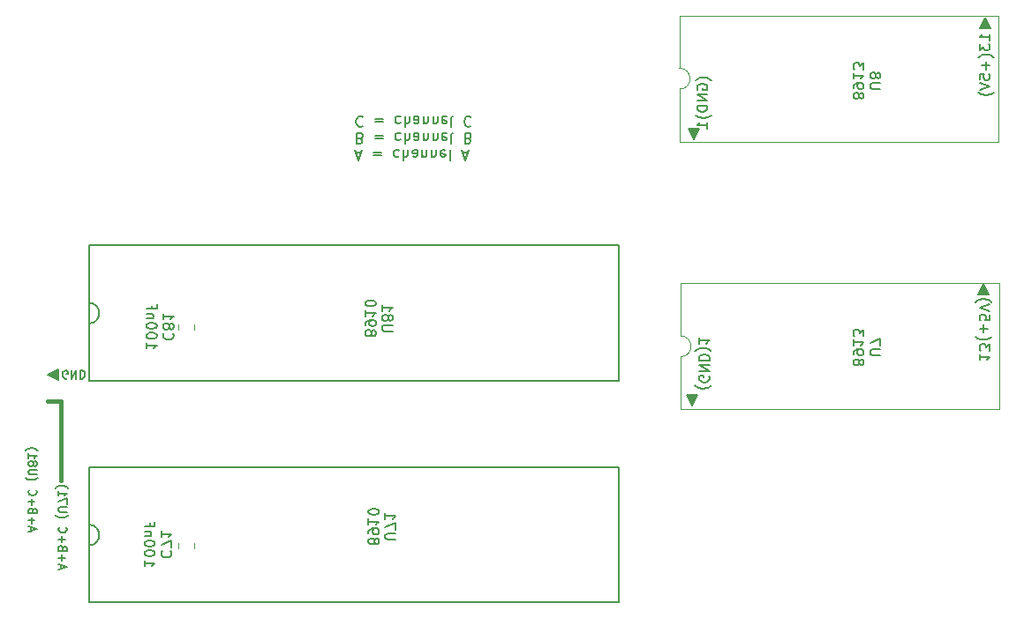
<source format=gbr>
%TF.GenerationSoftware,KiCad,Pcbnew,8.0.3*%
%TF.CreationDate,2024-06-29T10:30:53+02:00*%
%TF.ProjectId,adapter 8913-8910 triangle,61646170-7465-4722-9038-3931332d3839,rev?*%
%TF.SameCoordinates,Original*%
%TF.FileFunction,Legend,Bot*%
%TF.FilePolarity,Positive*%
%FSLAX46Y46*%
G04 Gerber Fmt 4.6, Leading zero omitted, Abs format (unit mm)*
G04 Created by KiCad (PCBNEW 8.0.3) date 2024-06-29 10:30:53*
%MOMM*%
%LPD*%
G01*
G04 APERTURE LIST*
%ADD10C,0.200000*%
%ADD11C,0.400000*%
%ADD12C,0.150000*%
%ADD13C,0.120000*%
G04 APERTURE END LIST*
D10*
X84195000Y-72475000D02*
X134995000Y-72475000D01*
X134995000Y-85475000D01*
X84195000Y-85475000D01*
X84195000Y-72475000D01*
X84195000Y-78015000D02*
G75*
G02*
X84195000Y-80015000I0J-1000000D01*
G01*
X142085000Y-87905000D02*
X141585000Y-86905000D01*
X142585000Y-86905000D01*
X142085000Y-87905000D01*
G36*
X142085000Y-87905000D02*
G01*
X141585000Y-86905000D01*
X142585000Y-86905000D01*
X142085000Y-87905000D01*
G37*
D11*
X80250000Y-87500000D02*
X81550000Y-87500000D01*
X81550000Y-87500000D02*
X81550000Y-95100000D01*
D10*
X84195000Y-93775000D02*
X134995000Y-93775000D01*
X134995000Y-106775000D01*
X84195000Y-106775000D01*
X84195000Y-93775000D01*
X170485000Y-77205000D02*
X169485000Y-77205000D01*
X169985000Y-76205000D01*
X170485000Y-77205000D01*
G36*
X170485000Y-77205000D02*
G01*
X169485000Y-77205000D01*
X169985000Y-76205000D01*
X170485000Y-77205000D01*
G37*
X142265000Y-62335000D02*
X141765000Y-61335000D01*
X142765000Y-61335000D01*
X142265000Y-62335000D01*
G36*
X142265000Y-62335000D02*
G01*
X141765000Y-61335000D01*
X142765000Y-61335000D01*
X142265000Y-62335000D01*
G37*
X81245000Y-85419000D02*
X80245000Y-84919000D01*
X81245000Y-84419000D01*
X81245000Y-85419000D01*
G36*
X81245000Y-85419000D02*
G01*
X80245000Y-84919000D01*
X81245000Y-84419000D01*
X81245000Y-85419000D01*
G37*
X170665000Y-51635000D02*
X169665000Y-51635000D01*
X170165000Y-50635000D01*
X170665000Y-51635000D01*
G36*
X170665000Y-51635000D02*
G01*
X169665000Y-51635000D01*
X170165000Y-50635000D01*
X170665000Y-51635000D01*
G37*
X84195000Y-99315000D02*
G75*
G02*
X84195000Y-101315000I0J-1000000D01*
G01*
D12*
X78634276Y-99948935D02*
X78634276Y-99567982D01*
X78405704Y-100025125D02*
X79205704Y-99758458D01*
X79205704Y-99758458D02*
X78405704Y-99491792D01*
X78710466Y-99225125D02*
X78710466Y-98615602D01*
X78405704Y-98920363D02*
X79015228Y-98920363D01*
X78824752Y-97967983D02*
X78786657Y-97853697D01*
X78786657Y-97853697D02*
X78748561Y-97815602D01*
X78748561Y-97815602D02*
X78672371Y-97777506D01*
X78672371Y-97777506D02*
X78558085Y-97777506D01*
X78558085Y-97777506D02*
X78481895Y-97815602D01*
X78481895Y-97815602D02*
X78443800Y-97853697D01*
X78443800Y-97853697D02*
X78405704Y-97929887D01*
X78405704Y-97929887D02*
X78405704Y-98234649D01*
X78405704Y-98234649D02*
X79205704Y-98234649D01*
X79205704Y-98234649D02*
X79205704Y-97967983D01*
X79205704Y-97967983D02*
X79167609Y-97891792D01*
X79167609Y-97891792D02*
X79129514Y-97853697D01*
X79129514Y-97853697D02*
X79053323Y-97815602D01*
X79053323Y-97815602D02*
X78977133Y-97815602D01*
X78977133Y-97815602D02*
X78900942Y-97853697D01*
X78900942Y-97853697D02*
X78862847Y-97891792D01*
X78862847Y-97891792D02*
X78824752Y-97967983D01*
X78824752Y-97967983D02*
X78824752Y-98234649D01*
X78710466Y-97434649D02*
X78710466Y-96825126D01*
X78405704Y-97129887D02*
X79015228Y-97129887D01*
X78481895Y-95987030D02*
X78443800Y-96025126D01*
X78443800Y-96025126D02*
X78405704Y-96139411D01*
X78405704Y-96139411D02*
X78405704Y-96215602D01*
X78405704Y-96215602D02*
X78443800Y-96329888D01*
X78443800Y-96329888D02*
X78519990Y-96406078D01*
X78519990Y-96406078D02*
X78596180Y-96444173D01*
X78596180Y-96444173D02*
X78748561Y-96482269D01*
X78748561Y-96482269D02*
X78862847Y-96482269D01*
X78862847Y-96482269D02*
X79015228Y-96444173D01*
X79015228Y-96444173D02*
X79091419Y-96406078D01*
X79091419Y-96406078D02*
X79167609Y-96329888D01*
X79167609Y-96329888D02*
X79205704Y-96215602D01*
X79205704Y-96215602D02*
X79205704Y-96139411D01*
X79205704Y-96139411D02*
X79167609Y-96025126D01*
X79167609Y-96025126D02*
X79129514Y-95987030D01*
X78100942Y-94806078D02*
X78139038Y-94844173D01*
X78139038Y-94844173D02*
X78253323Y-94920364D01*
X78253323Y-94920364D02*
X78329514Y-94958459D01*
X78329514Y-94958459D02*
X78443800Y-94996554D01*
X78443800Y-94996554D02*
X78634276Y-95034649D01*
X78634276Y-95034649D02*
X78786657Y-95034649D01*
X78786657Y-95034649D02*
X78977133Y-94996554D01*
X78977133Y-94996554D02*
X79091419Y-94958459D01*
X79091419Y-94958459D02*
X79167609Y-94920364D01*
X79167609Y-94920364D02*
X79281895Y-94844173D01*
X79281895Y-94844173D02*
X79319990Y-94806078D01*
X79205704Y-94501316D02*
X78558085Y-94501316D01*
X78558085Y-94501316D02*
X78481895Y-94463221D01*
X78481895Y-94463221D02*
X78443800Y-94425126D01*
X78443800Y-94425126D02*
X78405704Y-94348935D01*
X78405704Y-94348935D02*
X78405704Y-94196554D01*
X78405704Y-94196554D02*
X78443800Y-94120364D01*
X78443800Y-94120364D02*
X78481895Y-94082269D01*
X78481895Y-94082269D02*
X78558085Y-94044173D01*
X78558085Y-94044173D02*
X79205704Y-94044173D01*
X78862847Y-93548936D02*
X78900942Y-93625126D01*
X78900942Y-93625126D02*
X78939038Y-93663221D01*
X78939038Y-93663221D02*
X79015228Y-93701317D01*
X79015228Y-93701317D02*
X79053323Y-93701317D01*
X79053323Y-93701317D02*
X79129514Y-93663221D01*
X79129514Y-93663221D02*
X79167609Y-93625126D01*
X79167609Y-93625126D02*
X79205704Y-93548936D01*
X79205704Y-93548936D02*
X79205704Y-93396555D01*
X79205704Y-93396555D02*
X79167609Y-93320364D01*
X79167609Y-93320364D02*
X79129514Y-93282269D01*
X79129514Y-93282269D02*
X79053323Y-93244174D01*
X79053323Y-93244174D02*
X79015228Y-93244174D01*
X79015228Y-93244174D02*
X78939038Y-93282269D01*
X78939038Y-93282269D02*
X78900942Y-93320364D01*
X78900942Y-93320364D02*
X78862847Y-93396555D01*
X78862847Y-93396555D02*
X78862847Y-93548936D01*
X78862847Y-93548936D02*
X78824752Y-93625126D01*
X78824752Y-93625126D02*
X78786657Y-93663221D01*
X78786657Y-93663221D02*
X78710466Y-93701317D01*
X78710466Y-93701317D02*
X78558085Y-93701317D01*
X78558085Y-93701317D02*
X78481895Y-93663221D01*
X78481895Y-93663221D02*
X78443800Y-93625126D01*
X78443800Y-93625126D02*
X78405704Y-93548936D01*
X78405704Y-93548936D02*
X78405704Y-93396555D01*
X78405704Y-93396555D02*
X78443800Y-93320364D01*
X78443800Y-93320364D02*
X78481895Y-93282269D01*
X78481895Y-93282269D02*
X78558085Y-93244174D01*
X78558085Y-93244174D02*
X78710466Y-93244174D01*
X78710466Y-93244174D02*
X78786657Y-93282269D01*
X78786657Y-93282269D02*
X78824752Y-93320364D01*
X78824752Y-93320364D02*
X78862847Y-93396555D01*
X78405704Y-92482269D02*
X78405704Y-92939412D01*
X78405704Y-92710840D02*
X79205704Y-92710840D01*
X79205704Y-92710840D02*
X79091419Y-92787031D01*
X79091419Y-92787031D02*
X79015228Y-92863221D01*
X79015228Y-92863221D02*
X78977133Y-92939412D01*
X78100942Y-92215602D02*
X78139038Y-92177507D01*
X78139038Y-92177507D02*
X78253323Y-92101316D01*
X78253323Y-92101316D02*
X78329514Y-92063221D01*
X78329514Y-92063221D02*
X78443800Y-92025126D01*
X78443800Y-92025126D02*
X78634276Y-91987030D01*
X78634276Y-91987030D02*
X78786657Y-91987030D01*
X78786657Y-91987030D02*
X78977133Y-92025126D01*
X78977133Y-92025126D02*
X79091419Y-92063221D01*
X79091419Y-92063221D02*
X79167609Y-92101316D01*
X79167609Y-92101316D02*
X79281895Y-92177507D01*
X79281895Y-92177507D02*
X79319990Y-92215602D01*
X109844160Y-63610615D02*
X110320350Y-63610615D01*
X109748922Y-63324900D02*
X110082255Y-64324900D01*
X110082255Y-64324900D02*
X110415588Y-63324900D01*
X111510827Y-63848710D02*
X112272732Y-63848710D01*
X112272732Y-63562996D02*
X111510827Y-63562996D01*
X113939398Y-63372520D02*
X113844160Y-63324900D01*
X113844160Y-63324900D02*
X113653684Y-63324900D01*
X113653684Y-63324900D02*
X113558446Y-63372520D01*
X113558446Y-63372520D02*
X113510827Y-63420139D01*
X113510827Y-63420139D02*
X113463208Y-63515377D01*
X113463208Y-63515377D02*
X113463208Y-63801091D01*
X113463208Y-63801091D02*
X113510827Y-63896329D01*
X113510827Y-63896329D02*
X113558446Y-63943948D01*
X113558446Y-63943948D02*
X113653684Y-63991567D01*
X113653684Y-63991567D02*
X113844160Y-63991567D01*
X113844160Y-63991567D02*
X113939398Y-63943948D01*
X114367970Y-63324900D02*
X114367970Y-64324900D01*
X114796541Y-63324900D02*
X114796541Y-63848710D01*
X114796541Y-63848710D02*
X114748922Y-63943948D01*
X114748922Y-63943948D02*
X114653684Y-63991567D01*
X114653684Y-63991567D02*
X114510827Y-63991567D01*
X114510827Y-63991567D02*
X114415589Y-63943948D01*
X114415589Y-63943948D02*
X114367970Y-63896329D01*
X115701303Y-63324900D02*
X115701303Y-63848710D01*
X115701303Y-63848710D02*
X115653684Y-63943948D01*
X115653684Y-63943948D02*
X115558446Y-63991567D01*
X115558446Y-63991567D02*
X115367970Y-63991567D01*
X115367970Y-63991567D02*
X115272732Y-63943948D01*
X115701303Y-63372520D02*
X115606065Y-63324900D01*
X115606065Y-63324900D02*
X115367970Y-63324900D01*
X115367970Y-63324900D02*
X115272732Y-63372520D01*
X115272732Y-63372520D02*
X115225113Y-63467758D01*
X115225113Y-63467758D02*
X115225113Y-63562996D01*
X115225113Y-63562996D02*
X115272732Y-63658234D01*
X115272732Y-63658234D02*
X115367970Y-63705853D01*
X115367970Y-63705853D02*
X115606065Y-63705853D01*
X115606065Y-63705853D02*
X115701303Y-63753472D01*
X116177494Y-63991567D02*
X116177494Y-63324900D01*
X116177494Y-63896329D02*
X116225113Y-63943948D01*
X116225113Y-63943948D02*
X116320351Y-63991567D01*
X116320351Y-63991567D02*
X116463208Y-63991567D01*
X116463208Y-63991567D02*
X116558446Y-63943948D01*
X116558446Y-63943948D02*
X116606065Y-63848710D01*
X116606065Y-63848710D02*
X116606065Y-63324900D01*
X117082256Y-63991567D02*
X117082256Y-63324900D01*
X117082256Y-63896329D02*
X117129875Y-63943948D01*
X117129875Y-63943948D02*
X117225113Y-63991567D01*
X117225113Y-63991567D02*
X117367970Y-63991567D01*
X117367970Y-63991567D02*
X117463208Y-63943948D01*
X117463208Y-63943948D02*
X117510827Y-63848710D01*
X117510827Y-63848710D02*
X117510827Y-63324900D01*
X118367970Y-63372520D02*
X118272732Y-63324900D01*
X118272732Y-63324900D02*
X118082256Y-63324900D01*
X118082256Y-63324900D02*
X117987018Y-63372520D01*
X117987018Y-63372520D02*
X117939399Y-63467758D01*
X117939399Y-63467758D02*
X117939399Y-63848710D01*
X117939399Y-63848710D02*
X117987018Y-63943948D01*
X117987018Y-63943948D02*
X118082256Y-63991567D01*
X118082256Y-63991567D02*
X118272732Y-63991567D01*
X118272732Y-63991567D02*
X118367970Y-63943948D01*
X118367970Y-63943948D02*
X118415589Y-63848710D01*
X118415589Y-63848710D02*
X118415589Y-63753472D01*
X118415589Y-63753472D02*
X117939399Y-63658234D01*
X118987018Y-63324900D02*
X118891780Y-63372520D01*
X118891780Y-63372520D02*
X118844161Y-63467758D01*
X118844161Y-63467758D02*
X118844161Y-64324900D01*
X120082257Y-63610615D02*
X120558447Y-63610615D01*
X119987019Y-63324900D02*
X120320352Y-64324900D01*
X120320352Y-64324900D02*
X120653685Y-63324900D01*
X110225112Y-62238766D02*
X110367969Y-62191147D01*
X110367969Y-62191147D02*
X110415588Y-62143528D01*
X110415588Y-62143528D02*
X110463207Y-62048290D01*
X110463207Y-62048290D02*
X110463207Y-61905433D01*
X110463207Y-61905433D02*
X110415588Y-61810195D01*
X110415588Y-61810195D02*
X110367969Y-61762576D01*
X110367969Y-61762576D02*
X110272731Y-61714956D01*
X110272731Y-61714956D02*
X109891779Y-61714956D01*
X109891779Y-61714956D02*
X109891779Y-62714956D01*
X109891779Y-62714956D02*
X110225112Y-62714956D01*
X110225112Y-62714956D02*
X110320350Y-62667337D01*
X110320350Y-62667337D02*
X110367969Y-62619718D01*
X110367969Y-62619718D02*
X110415588Y-62524480D01*
X110415588Y-62524480D02*
X110415588Y-62429242D01*
X110415588Y-62429242D02*
X110367969Y-62334004D01*
X110367969Y-62334004D02*
X110320350Y-62286385D01*
X110320350Y-62286385D02*
X110225112Y-62238766D01*
X110225112Y-62238766D02*
X109891779Y-62238766D01*
X111653684Y-62238766D02*
X112415589Y-62238766D01*
X112415589Y-61953052D02*
X111653684Y-61953052D01*
X114082255Y-61762576D02*
X113987017Y-61714956D01*
X113987017Y-61714956D02*
X113796541Y-61714956D01*
X113796541Y-61714956D02*
X113701303Y-61762576D01*
X113701303Y-61762576D02*
X113653684Y-61810195D01*
X113653684Y-61810195D02*
X113606065Y-61905433D01*
X113606065Y-61905433D02*
X113606065Y-62191147D01*
X113606065Y-62191147D02*
X113653684Y-62286385D01*
X113653684Y-62286385D02*
X113701303Y-62334004D01*
X113701303Y-62334004D02*
X113796541Y-62381623D01*
X113796541Y-62381623D02*
X113987017Y-62381623D01*
X113987017Y-62381623D02*
X114082255Y-62334004D01*
X114510827Y-61714956D02*
X114510827Y-62714956D01*
X114939398Y-61714956D02*
X114939398Y-62238766D01*
X114939398Y-62238766D02*
X114891779Y-62334004D01*
X114891779Y-62334004D02*
X114796541Y-62381623D01*
X114796541Y-62381623D02*
X114653684Y-62381623D01*
X114653684Y-62381623D02*
X114558446Y-62334004D01*
X114558446Y-62334004D02*
X114510827Y-62286385D01*
X115844160Y-61714956D02*
X115844160Y-62238766D01*
X115844160Y-62238766D02*
X115796541Y-62334004D01*
X115796541Y-62334004D02*
X115701303Y-62381623D01*
X115701303Y-62381623D02*
X115510827Y-62381623D01*
X115510827Y-62381623D02*
X115415589Y-62334004D01*
X115844160Y-61762576D02*
X115748922Y-61714956D01*
X115748922Y-61714956D02*
X115510827Y-61714956D01*
X115510827Y-61714956D02*
X115415589Y-61762576D01*
X115415589Y-61762576D02*
X115367970Y-61857814D01*
X115367970Y-61857814D02*
X115367970Y-61953052D01*
X115367970Y-61953052D02*
X115415589Y-62048290D01*
X115415589Y-62048290D02*
X115510827Y-62095909D01*
X115510827Y-62095909D02*
X115748922Y-62095909D01*
X115748922Y-62095909D02*
X115844160Y-62143528D01*
X116320351Y-62381623D02*
X116320351Y-61714956D01*
X116320351Y-62286385D02*
X116367970Y-62334004D01*
X116367970Y-62334004D02*
X116463208Y-62381623D01*
X116463208Y-62381623D02*
X116606065Y-62381623D01*
X116606065Y-62381623D02*
X116701303Y-62334004D01*
X116701303Y-62334004D02*
X116748922Y-62238766D01*
X116748922Y-62238766D02*
X116748922Y-61714956D01*
X117225113Y-62381623D02*
X117225113Y-61714956D01*
X117225113Y-62286385D02*
X117272732Y-62334004D01*
X117272732Y-62334004D02*
X117367970Y-62381623D01*
X117367970Y-62381623D02*
X117510827Y-62381623D01*
X117510827Y-62381623D02*
X117606065Y-62334004D01*
X117606065Y-62334004D02*
X117653684Y-62238766D01*
X117653684Y-62238766D02*
X117653684Y-61714956D01*
X118510827Y-61762576D02*
X118415589Y-61714956D01*
X118415589Y-61714956D02*
X118225113Y-61714956D01*
X118225113Y-61714956D02*
X118129875Y-61762576D01*
X118129875Y-61762576D02*
X118082256Y-61857814D01*
X118082256Y-61857814D02*
X118082256Y-62238766D01*
X118082256Y-62238766D02*
X118129875Y-62334004D01*
X118129875Y-62334004D02*
X118225113Y-62381623D01*
X118225113Y-62381623D02*
X118415589Y-62381623D01*
X118415589Y-62381623D02*
X118510827Y-62334004D01*
X118510827Y-62334004D02*
X118558446Y-62238766D01*
X118558446Y-62238766D02*
X118558446Y-62143528D01*
X118558446Y-62143528D02*
X118082256Y-62048290D01*
X119129875Y-61714956D02*
X119034637Y-61762576D01*
X119034637Y-61762576D02*
X118987018Y-61857814D01*
X118987018Y-61857814D02*
X118987018Y-62714956D01*
X120606066Y-62238766D02*
X120748923Y-62191147D01*
X120748923Y-62191147D02*
X120796542Y-62143528D01*
X120796542Y-62143528D02*
X120844161Y-62048290D01*
X120844161Y-62048290D02*
X120844161Y-61905433D01*
X120844161Y-61905433D02*
X120796542Y-61810195D01*
X120796542Y-61810195D02*
X120748923Y-61762576D01*
X120748923Y-61762576D02*
X120653685Y-61714956D01*
X120653685Y-61714956D02*
X120272733Y-61714956D01*
X120272733Y-61714956D02*
X120272733Y-62714956D01*
X120272733Y-62714956D02*
X120606066Y-62714956D01*
X120606066Y-62714956D02*
X120701304Y-62667337D01*
X120701304Y-62667337D02*
X120748923Y-62619718D01*
X120748923Y-62619718D02*
X120796542Y-62524480D01*
X120796542Y-62524480D02*
X120796542Y-62429242D01*
X120796542Y-62429242D02*
X120748923Y-62334004D01*
X120748923Y-62334004D02*
X120701304Y-62286385D01*
X120701304Y-62286385D02*
X120606066Y-62238766D01*
X120606066Y-62238766D02*
X120272733Y-62238766D01*
X110463207Y-60200251D02*
X110415588Y-60152632D01*
X110415588Y-60152632D02*
X110272731Y-60105012D01*
X110272731Y-60105012D02*
X110177493Y-60105012D01*
X110177493Y-60105012D02*
X110034636Y-60152632D01*
X110034636Y-60152632D02*
X109939398Y-60247870D01*
X109939398Y-60247870D02*
X109891779Y-60343108D01*
X109891779Y-60343108D02*
X109844160Y-60533584D01*
X109844160Y-60533584D02*
X109844160Y-60676441D01*
X109844160Y-60676441D02*
X109891779Y-60866917D01*
X109891779Y-60866917D02*
X109939398Y-60962155D01*
X109939398Y-60962155D02*
X110034636Y-61057393D01*
X110034636Y-61057393D02*
X110177493Y-61105012D01*
X110177493Y-61105012D02*
X110272731Y-61105012D01*
X110272731Y-61105012D02*
X110415588Y-61057393D01*
X110415588Y-61057393D02*
X110463207Y-61009774D01*
X111653684Y-60628822D02*
X112415589Y-60628822D01*
X112415589Y-60343108D02*
X111653684Y-60343108D01*
X114082255Y-60152632D02*
X113987017Y-60105012D01*
X113987017Y-60105012D02*
X113796541Y-60105012D01*
X113796541Y-60105012D02*
X113701303Y-60152632D01*
X113701303Y-60152632D02*
X113653684Y-60200251D01*
X113653684Y-60200251D02*
X113606065Y-60295489D01*
X113606065Y-60295489D02*
X113606065Y-60581203D01*
X113606065Y-60581203D02*
X113653684Y-60676441D01*
X113653684Y-60676441D02*
X113701303Y-60724060D01*
X113701303Y-60724060D02*
X113796541Y-60771679D01*
X113796541Y-60771679D02*
X113987017Y-60771679D01*
X113987017Y-60771679D02*
X114082255Y-60724060D01*
X114510827Y-60105012D02*
X114510827Y-61105012D01*
X114939398Y-60105012D02*
X114939398Y-60628822D01*
X114939398Y-60628822D02*
X114891779Y-60724060D01*
X114891779Y-60724060D02*
X114796541Y-60771679D01*
X114796541Y-60771679D02*
X114653684Y-60771679D01*
X114653684Y-60771679D02*
X114558446Y-60724060D01*
X114558446Y-60724060D02*
X114510827Y-60676441D01*
X115844160Y-60105012D02*
X115844160Y-60628822D01*
X115844160Y-60628822D02*
X115796541Y-60724060D01*
X115796541Y-60724060D02*
X115701303Y-60771679D01*
X115701303Y-60771679D02*
X115510827Y-60771679D01*
X115510827Y-60771679D02*
X115415589Y-60724060D01*
X115844160Y-60152632D02*
X115748922Y-60105012D01*
X115748922Y-60105012D02*
X115510827Y-60105012D01*
X115510827Y-60105012D02*
X115415589Y-60152632D01*
X115415589Y-60152632D02*
X115367970Y-60247870D01*
X115367970Y-60247870D02*
X115367970Y-60343108D01*
X115367970Y-60343108D02*
X115415589Y-60438346D01*
X115415589Y-60438346D02*
X115510827Y-60485965D01*
X115510827Y-60485965D02*
X115748922Y-60485965D01*
X115748922Y-60485965D02*
X115844160Y-60533584D01*
X116320351Y-60771679D02*
X116320351Y-60105012D01*
X116320351Y-60676441D02*
X116367970Y-60724060D01*
X116367970Y-60724060D02*
X116463208Y-60771679D01*
X116463208Y-60771679D02*
X116606065Y-60771679D01*
X116606065Y-60771679D02*
X116701303Y-60724060D01*
X116701303Y-60724060D02*
X116748922Y-60628822D01*
X116748922Y-60628822D02*
X116748922Y-60105012D01*
X117225113Y-60771679D02*
X117225113Y-60105012D01*
X117225113Y-60676441D02*
X117272732Y-60724060D01*
X117272732Y-60724060D02*
X117367970Y-60771679D01*
X117367970Y-60771679D02*
X117510827Y-60771679D01*
X117510827Y-60771679D02*
X117606065Y-60724060D01*
X117606065Y-60724060D02*
X117653684Y-60628822D01*
X117653684Y-60628822D02*
X117653684Y-60105012D01*
X118510827Y-60152632D02*
X118415589Y-60105012D01*
X118415589Y-60105012D02*
X118225113Y-60105012D01*
X118225113Y-60105012D02*
X118129875Y-60152632D01*
X118129875Y-60152632D02*
X118082256Y-60247870D01*
X118082256Y-60247870D02*
X118082256Y-60628822D01*
X118082256Y-60628822D02*
X118129875Y-60724060D01*
X118129875Y-60724060D02*
X118225113Y-60771679D01*
X118225113Y-60771679D02*
X118415589Y-60771679D01*
X118415589Y-60771679D02*
X118510827Y-60724060D01*
X118510827Y-60724060D02*
X118558446Y-60628822D01*
X118558446Y-60628822D02*
X118558446Y-60533584D01*
X118558446Y-60533584D02*
X118082256Y-60438346D01*
X119129875Y-60105012D02*
X119034637Y-60152632D01*
X119034637Y-60152632D02*
X118987018Y-60247870D01*
X118987018Y-60247870D02*
X118987018Y-61105012D01*
X120844161Y-60200251D02*
X120796542Y-60152632D01*
X120796542Y-60152632D02*
X120653685Y-60105012D01*
X120653685Y-60105012D02*
X120558447Y-60105012D01*
X120558447Y-60105012D02*
X120415590Y-60152632D01*
X120415590Y-60152632D02*
X120320352Y-60247870D01*
X120320352Y-60247870D02*
X120272733Y-60343108D01*
X120272733Y-60343108D02*
X120225114Y-60533584D01*
X120225114Y-60533584D02*
X120225114Y-60676441D01*
X120225114Y-60676441D02*
X120272733Y-60866917D01*
X120272733Y-60866917D02*
X120320352Y-60962155D01*
X120320352Y-60962155D02*
X120415590Y-61057393D01*
X120415590Y-61057393D02*
X120558447Y-61105012D01*
X120558447Y-61105012D02*
X120653685Y-61105012D01*
X120653685Y-61105012D02*
X120796542Y-61057393D01*
X120796542Y-61057393D02*
X120844161Y-61009774D01*
X160140124Y-57461904D02*
X159330601Y-57461904D01*
X159330601Y-57461904D02*
X159235363Y-57414285D01*
X159235363Y-57414285D02*
X159187744Y-57366666D01*
X159187744Y-57366666D02*
X159140124Y-57271428D01*
X159140124Y-57271428D02*
X159140124Y-57080952D01*
X159140124Y-57080952D02*
X159187744Y-56985714D01*
X159187744Y-56985714D02*
X159235363Y-56938095D01*
X159235363Y-56938095D02*
X159330601Y-56890476D01*
X159330601Y-56890476D02*
X160140124Y-56890476D01*
X159711553Y-56271428D02*
X159759172Y-56366666D01*
X159759172Y-56366666D02*
X159806791Y-56414285D01*
X159806791Y-56414285D02*
X159902029Y-56461904D01*
X159902029Y-56461904D02*
X159949648Y-56461904D01*
X159949648Y-56461904D02*
X160044886Y-56414285D01*
X160044886Y-56414285D02*
X160092505Y-56366666D01*
X160092505Y-56366666D02*
X160140124Y-56271428D01*
X160140124Y-56271428D02*
X160140124Y-56080952D01*
X160140124Y-56080952D02*
X160092505Y-55985714D01*
X160092505Y-55985714D02*
X160044886Y-55938095D01*
X160044886Y-55938095D02*
X159949648Y-55890476D01*
X159949648Y-55890476D02*
X159902029Y-55890476D01*
X159902029Y-55890476D02*
X159806791Y-55938095D01*
X159806791Y-55938095D02*
X159759172Y-55985714D01*
X159759172Y-55985714D02*
X159711553Y-56080952D01*
X159711553Y-56080952D02*
X159711553Y-56271428D01*
X159711553Y-56271428D02*
X159663934Y-56366666D01*
X159663934Y-56366666D02*
X159616315Y-56414285D01*
X159616315Y-56414285D02*
X159521077Y-56461904D01*
X159521077Y-56461904D02*
X159330601Y-56461904D01*
X159330601Y-56461904D02*
X159235363Y-56414285D01*
X159235363Y-56414285D02*
X159187744Y-56366666D01*
X159187744Y-56366666D02*
X159140124Y-56271428D01*
X159140124Y-56271428D02*
X159140124Y-56080952D01*
X159140124Y-56080952D02*
X159187744Y-55985714D01*
X159187744Y-55985714D02*
X159235363Y-55938095D01*
X159235363Y-55938095D02*
X159330601Y-55890476D01*
X159330601Y-55890476D02*
X159521077Y-55890476D01*
X159521077Y-55890476D02*
X159616315Y-55938095D01*
X159616315Y-55938095D02*
X159663934Y-55985714D01*
X159663934Y-55985714D02*
X159711553Y-56080952D01*
X158101609Y-58223809D02*
X158149228Y-58319047D01*
X158149228Y-58319047D02*
X158196847Y-58366666D01*
X158196847Y-58366666D02*
X158292085Y-58414285D01*
X158292085Y-58414285D02*
X158339704Y-58414285D01*
X158339704Y-58414285D02*
X158434942Y-58366666D01*
X158434942Y-58366666D02*
X158482561Y-58319047D01*
X158482561Y-58319047D02*
X158530180Y-58223809D01*
X158530180Y-58223809D02*
X158530180Y-58033333D01*
X158530180Y-58033333D02*
X158482561Y-57938095D01*
X158482561Y-57938095D02*
X158434942Y-57890476D01*
X158434942Y-57890476D02*
X158339704Y-57842857D01*
X158339704Y-57842857D02*
X158292085Y-57842857D01*
X158292085Y-57842857D02*
X158196847Y-57890476D01*
X158196847Y-57890476D02*
X158149228Y-57938095D01*
X158149228Y-57938095D02*
X158101609Y-58033333D01*
X158101609Y-58033333D02*
X158101609Y-58223809D01*
X158101609Y-58223809D02*
X158053990Y-58319047D01*
X158053990Y-58319047D02*
X158006371Y-58366666D01*
X158006371Y-58366666D02*
X157911133Y-58414285D01*
X157911133Y-58414285D02*
X157720657Y-58414285D01*
X157720657Y-58414285D02*
X157625419Y-58366666D01*
X157625419Y-58366666D02*
X157577800Y-58319047D01*
X157577800Y-58319047D02*
X157530180Y-58223809D01*
X157530180Y-58223809D02*
X157530180Y-58033333D01*
X157530180Y-58033333D02*
X157577800Y-57938095D01*
X157577800Y-57938095D02*
X157625419Y-57890476D01*
X157625419Y-57890476D02*
X157720657Y-57842857D01*
X157720657Y-57842857D02*
X157911133Y-57842857D01*
X157911133Y-57842857D02*
X158006371Y-57890476D01*
X158006371Y-57890476D02*
X158053990Y-57938095D01*
X158053990Y-57938095D02*
X158101609Y-58033333D01*
X157530180Y-57366666D02*
X157530180Y-57176190D01*
X157530180Y-57176190D02*
X157577800Y-57080952D01*
X157577800Y-57080952D02*
X157625419Y-57033333D01*
X157625419Y-57033333D02*
X157768276Y-56938095D01*
X157768276Y-56938095D02*
X157958752Y-56890476D01*
X157958752Y-56890476D02*
X158339704Y-56890476D01*
X158339704Y-56890476D02*
X158434942Y-56938095D01*
X158434942Y-56938095D02*
X158482561Y-56985714D01*
X158482561Y-56985714D02*
X158530180Y-57080952D01*
X158530180Y-57080952D02*
X158530180Y-57271428D01*
X158530180Y-57271428D02*
X158482561Y-57366666D01*
X158482561Y-57366666D02*
X158434942Y-57414285D01*
X158434942Y-57414285D02*
X158339704Y-57461904D01*
X158339704Y-57461904D02*
X158101609Y-57461904D01*
X158101609Y-57461904D02*
X158006371Y-57414285D01*
X158006371Y-57414285D02*
X157958752Y-57366666D01*
X157958752Y-57366666D02*
X157911133Y-57271428D01*
X157911133Y-57271428D02*
X157911133Y-57080952D01*
X157911133Y-57080952D02*
X157958752Y-56985714D01*
X157958752Y-56985714D02*
X158006371Y-56938095D01*
X158006371Y-56938095D02*
X158101609Y-56890476D01*
X157530180Y-55938095D02*
X157530180Y-56509523D01*
X157530180Y-56223809D02*
X158530180Y-56223809D01*
X158530180Y-56223809D02*
X158387323Y-56319047D01*
X158387323Y-56319047D02*
X158292085Y-56414285D01*
X158292085Y-56414285D02*
X158244466Y-56509523D01*
X158530180Y-55604761D02*
X158530180Y-54985714D01*
X158530180Y-54985714D02*
X158149228Y-55319047D01*
X158149228Y-55319047D02*
X158149228Y-55176190D01*
X158149228Y-55176190D02*
X158101609Y-55080952D01*
X158101609Y-55080952D02*
X158053990Y-55033333D01*
X158053990Y-55033333D02*
X157958752Y-54985714D01*
X157958752Y-54985714D02*
X157720657Y-54985714D01*
X157720657Y-54985714D02*
X157625419Y-55033333D01*
X157625419Y-55033333D02*
X157577800Y-55080952D01*
X157577800Y-55080952D02*
X157530180Y-55176190D01*
X157530180Y-55176190D02*
X157530180Y-55461904D01*
X157530180Y-55461904D02*
X157577800Y-55557142D01*
X157577800Y-55557142D02*
X157625419Y-55604761D01*
X142349228Y-85977506D02*
X142396847Y-86025125D01*
X142396847Y-86025125D02*
X142539704Y-86120363D01*
X142539704Y-86120363D02*
X142634942Y-86167982D01*
X142634942Y-86167982D02*
X142777800Y-86215601D01*
X142777800Y-86215601D02*
X143015895Y-86263220D01*
X143015895Y-86263220D02*
X143206371Y-86263220D01*
X143206371Y-86263220D02*
X143444466Y-86215601D01*
X143444466Y-86215601D02*
X143587323Y-86167982D01*
X143587323Y-86167982D02*
X143682561Y-86120363D01*
X143682561Y-86120363D02*
X143825419Y-86025125D01*
X143825419Y-86025125D02*
X143873038Y-85977506D01*
X143682561Y-85072744D02*
X143730180Y-85167982D01*
X143730180Y-85167982D02*
X143730180Y-85310839D01*
X143730180Y-85310839D02*
X143682561Y-85453696D01*
X143682561Y-85453696D02*
X143587323Y-85548934D01*
X143587323Y-85548934D02*
X143492085Y-85596553D01*
X143492085Y-85596553D02*
X143301609Y-85644172D01*
X143301609Y-85644172D02*
X143158752Y-85644172D01*
X143158752Y-85644172D02*
X142968276Y-85596553D01*
X142968276Y-85596553D02*
X142873038Y-85548934D01*
X142873038Y-85548934D02*
X142777800Y-85453696D01*
X142777800Y-85453696D02*
X142730180Y-85310839D01*
X142730180Y-85310839D02*
X142730180Y-85215601D01*
X142730180Y-85215601D02*
X142777800Y-85072744D01*
X142777800Y-85072744D02*
X142825419Y-85025125D01*
X142825419Y-85025125D02*
X143158752Y-85025125D01*
X143158752Y-85025125D02*
X143158752Y-85215601D01*
X142730180Y-84596553D02*
X143730180Y-84596553D01*
X143730180Y-84596553D02*
X142730180Y-84025125D01*
X142730180Y-84025125D02*
X143730180Y-84025125D01*
X142730180Y-83548934D02*
X143730180Y-83548934D01*
X143730180Y-83548934D02*
X143730180Y-83310839D01*
X143730180Y-83310839D02*
X143682561Y-83167982D01*
X143682561Y-83167982D02*
X143587323Y-83072744D01*
X143587323Y-83072744D02*
X143492085Y-83025125D01*
X143492085Y-83025125D02*
X143301609Y-82977506D01*
X143301609Y-82977506D02*
X143158752Y-82977506D01*
X143158752Y-82977506D02*
X142968276Y-83025125D01*
X142968276Y-83025125D02*
X142873038Y-83072744D01*
X142873038Y-83072744D02*
X142777800Y-83167982D01*
X142777800Y-83167982D02*
X142730180Y-83310839D01*
X142730180Y-83310839D02*
X142730180Y-83548934D01*
X142349228Y-82644172D02*
X142396847Y-82596553D01*
X142396847Y-82596553D02*
X142539704Y-82501315D01*
X142539704Y-82501315D02*
X142634942Y-82453696D01*
X142634942Y-82453696D02*
X142777800Y-82406077D01*
X142777800Y-82406077D02*
X143015895Y-82358458D01*
X143015895Y-82358458D02*
X143206371Y-82358458D01*
X143206371Y-82358458D02*
X143444466Y-82406077D01*
X143444466Y-82406077D02*
X143587323Y-82453696D01*
X143587323Y-82453696D02*
X143682561Y-82501315D01*
X143682561Y-82501315D02*
X143825419Y-82596553D01*
X143825419Y-82596553D02*
X143873038Y-82644172D01*
X142730180Y-81358458D02*
X142730180Y-81929886D01*
X142730180Y-81644172D02*
X143730180Y-81644172D01*
X143730180Y-81644172D02*
X143587323Y-81739410D01*
X143587323Y-81739410D02*
X143492085Y-81834648D01*
X143492085Y-81834648D02*
X143444466Y-81929886D01*
X143915771Y-56657493D02*
X143868152Y-56609874D01*
X143868152Y-56609874D02*
X143725295Y-56514636D01*
X143725295Y-56514636D02*
X143630057Y-56467017D01*
X143630057Y-56467017D02*
X143487200Y-56419398D01*
X143487200Y-56419398D02*
X143249104Y-56371779D01*
X143249104Y-56371779D02*
X143058628Y-56371779D01*
X143058628Y-56371779D02*
X142820533Y-56419398D01*
X142820533Y-56419398D02*
X142677676Y-56467017D01*
X142677676Y-56467017D02*
X142582438Y-56514636D01*
X142582438Y-56514636D02*
X142439580Y-56609874D01*
X142439580Y-56609874D02*
X142391961Y-56657493D01*
X142582438Y-57562255D02*
X142534819Y-57467017D01*
X142534819Y-57467017D02*
X142534819Y-57324160D01*
X142534819Y-57324160D02*
X142582438Y-57181303D01*
X142582438Y-57181303D02*
X142677676Y-57086065D01*
X142677676Y-57086065D02*
X142772914Y-57038446D01*
X142772914Y-57038446D02*
X142963390Y-56990827D01*
X142963390Y-56990827D02*
X143106247Y-56990827D01*
X143106247Y-56990827D02*
X143296723Y-57038446D01*
X143296723Y-57038446D02*
X143391961Y-57086065D01*
X143391961Y-57086065D02*
X143487200Y-57181303D01*
X143487200Y-57181303D02*
X143534819Y-57324160D01*
X143534819Y-57324160D02*
X143534819Y-57419398D01*
X143534819Y-57419398D02*
X143487200Y-57562255D01*
X143487200Y-57562255D02*
X143439580Y-57609874D01*
X143439580Y-57609874D02*
X143106247Y-57609874D01*
X143106247Y-57609874D02*
X143106247Y-57419398D01*
X143534819Y-58038446D02*
X142534819Y-58038446D01*
X142534819Y-58038446D02*
X143534819Y-58609874D01*
X143534819Y-58609874D02*
X142534819Y-58609874D01*
X143534819Y-59086065D02*
X142534819Y-59086065D01*
X142534819Y-59086065D02*
X142534819Y-59324160D01*
X142534819Y-59324160D02*
X142582438Y-59467017D01*
X142582438Y-59467017D02*
X142677676Y-59562255D01*
X142677676Y-59562255D02*
X142772914Y-59609874D01*
X142772914Y-59609874D02*
X142963390Y-59657493D01*
X142963390Y-59657493D02*
X143106247Y-59657493D01*
X143106247Y-59657493D02*
X143296723Y-59609874D01*
X143296723Y-59609874D02*
X143391961Y-59562255D01*
X143391961Y-59562255D02*
X143487200Y-59467017D01*
X143487200Y-59467017D02*
X143534819Y-59324160D01*
X143534819Y-59324160D02*
X143534819Y-59086065D01*
X143915771Y-59990827D02*
X143868152Y-60038446D01*
X143868152Y-60038446D02*
X143725295Y-60133684D01*
X143725295Y-60133684D02*
X143630057Y-60181303D01*
X143630057Y-60181303D02*
X143487200Y-60228922D01*
X143487200Y-60228922D02*
X143249104Y-60276541D01*
X143249104Y-60276541D02*
X143058628Y-60276541D01*
X143058628Y-60276541D02*
X142820533Y-60228922D01*
X142820533Y-60228922D02*
X142677676Y-60181303D01*
X142677676Y-60181303D02*
X142582438Y-60133684D01*
X142582438Y-60133684D02*
X142439580Y-60038446D01*
X142439580Y-60038446D02*
X142391961Y-59990827D01*
X143534819Y-61276541D02*
X143534819Y-60705113D01*
X143534819Y-60990827D02*
X142534819Y-60990827D01*
X142534819Y-60990827D02*
X142677676Y-60895589D01*
X142677676Y-60895589D02*
X142772914Y-60800351D01*
X142772914Y-60800351D02*
X142820533Y-60705113D01*
X160140124Y-83061904D02*
X159330601Y-83061904D01*
X159330601Y-83061904D02*
X159235363Y-83014285D01*
X159235363Y-83014285D02*
X159187744Y-82966666D01*
X159187744Y-82966666D02*
X159140124Y-82871428D01*
X159140124Y-82871428D02*
X159140124Y-82680952D01*
X159140124Y-82680952D02*
X159187744Y-82585714D01*
X159187744Y-82585714D02*
X159235363Y-82538095D01*
X159235363Y-82538095D02*
X159330601Y-82490476D01*
X159330601Y-82490476D02*
X160140124Y-82490476D01*
X160140124Y-82109523D02*
X160140124Y-81442857D01*
X160140124Y-81442857D02*
X159140124Y-81871428D01*
X158101609Y-83823809D02*
X158149228Y-83919047D01*
X158149228Y-83919047D02*
X158196847Y-83966666D01*
X158196847Y-83966666D02*
X158292085Y-84014285D01*
X158292085Y-84014285D02*
X158339704Y-84014285D01*
X158339704Y-84014285D02*
X158434942Y-83966666D01*
X158434942Y-83966666D02*
X158482561Y-83919047D01*
X158482561Y-83919047D02*
X158530180Y-83823809D01*
X158530180Y-83823809D02*
X158530180Y-83633333D01*
X158530180Y-83633333D02*
X158482561Y-83538095D01*
X158482561Y-83538095D02*
X158434942Y-83490476D01*
X158434942Y-83490476D02*
X158339704Y-83442857D01*
X158339704Y-83442857D02*
X158292085Y-83442857D01*
X158292085Y-83442857D02*
X158196847Y-83490476D01*
X158196847Y-83490476D02*
X158149228Y-83538095D01*
X158149228Y-83538095D02*
X158101609Y-83633333D01*
X158101609Y-83633333D02*
X158101609Y-83823809D01*
X158101609Y-83823809D02*
X158053990Y-83919047D01*
X158053990Y-83919047D02*
X158006371Y-83966666D01*
X158006371Y-83966666D02*
X157911133Y-84014285D01*
X157911133Y-84014285D02*
X157720657Y-84014285D01*
X157720657Y-84014285D02*
X157625419Y-83966666D01*
X157625419Y-83966666D02*
X157577800Y-83919047D01*
X157577800Y-83919047D02*
X157530180Y-83823809D01*
X157530180Y-83823809D02*
X157530180Y-83633333D01*
X157530180Y-83633333D02*
X157577800Y-83538095D01*
X157577800Y-83538095D02*
X157625419Y-83490476D01*
X157625419Y-83490476D02*
X157720657Y-83442857D01*
X157720657Y-83442857D02*
X157911133Y-83442857D01*
X157911133Y-83442857D02*
X158006371Y-83490476D01*
X158006371Y-83490476D02*
X158053990Y-83538095D01*
X158053990Y-83538095D02*
X158101609Y-83633333D01*
X157530180Y-82966666D02*
X157530180Y-82776190D01*
X157530180Y-82776190D02*
X157577800Y-82680952D01*
X157577800Y-82680952D02*
X157625419Y-82633333D01*
X157625419Y-82633333D02*
X157768276Y-82538095D01*
X157768276Y-82538095D02*
X157958752Y-82490476D01*
X157958752Y-82490476D02*
X158339704Y-82490476D01*
X158339704Y-82490476D02*
X158434942Y-82538095D01*
X158434942Y-82538095D02*
X158482561Y-82585714D01*
X158482561Y-82585714D02*
X158530180Y-82680952D01*
X158530180Y-82680952D02*
X158530180Y-82871428D01*
X158530180Y-82871428D02*
X158482561Y-82966666D01*
X158482561Y-82966666D02*
X158434942Y-83014285D01*
X158434942Y-83014285D02*
X158339704Y-83061904D01*
X158339704Y-83061904D02*
X158101609Y-83061904D01*
X158101609Y-83061904D02*
X158006371Y-83014285D01*
X158006371Y-83014285D02*
X157958752Y-82966666D01*
X157958752Y-82966666D02*
X157911133Y-82871428D01*
X157911133Y-82871428D02*
X157911133Y-82680952D01*
X157911133Y-82680952D02*
X157958752Y-82585714D01*
X157958752Y-82585714D02*
X158006371Y-82538095D01*
X158006371Y-82538095D02*
X158101609Y-82490476D01*
X157530180Y-81538095D02*
X157530180Y-82109523D01*
X157530180Y-81823809D02*
X158530180Y-81823809D01*
X158530180Y-81823809D02*
X158387323Y-81919047D01*
X158387323Y-81919047D02*
X158292085Y-82014285D01*
X158292085Y-82014285D02*
X158244466Y-82109523D01*
X158530180Y-81204761D02*
X158530180Y-80585714D01*
X158530180Y-80585714D02*
X158149228Y-80919047D01*
X158149228Y-80919047D02*
X158149228Y-80776190D01*
X158149228Y-80776190D02*
X158101609Y-80680952D01*
X158101609Y-80680952D02*
X158053990Y-80633333D01*
X158053990Y-80633333D02*
X157958752Y-80585714D01*
X157958752Y-80585714D02*
X157720657Y-80585714D01*
X157720657Y-80585714D02*
X157625419Y-80633333D01*
X157625419Y-80633333D02*
X157577800Y-80680952D01*
X157577800Y-80680952D02*
X157530180Y-80776190D01*
X157530180Y-80776190D02*
X157530180Y-81061904D01*
X157530180Y-81061904D02*
X157577800Y-81157142D01*
X157577800Y-81157142D02*
X157625419Y-81204761D01*
X170634819Y-52795588D02*
X170634819Y-52224160D01*
X170634819Y-52509874D02*
X169634819Y-52509874D01*
X169634819Y-52509874D02*
X169777676Y-52414636D01*
X169777676Y-52414636D02*
X169872914Y-52319398D01*
X169872914Y-52319398D02*
X169920533Y-52224160D01*
X169634819Y-53128922D02*
X169634819Y-53747969D01*
X169634819Y-53747969D02*
X170015771Y-53414636D01*
X170015771Y-53414636D02*
X170015771Y-53557493D01*
X170015771Y-53557493D02*
X170063390Y-53652731D01*
X170063390Y-53652731D02*
X170111009Y-53700350D01*
X170111009Y-53700350D02*
X170206247Y-53747969D01*
X170206247Y-53747969D02*
X170444342Y-53747969D01*
X170444342Y-53747969D02*
X170539580Y-53700350D01*
X170539580Y-53700350D02*
X170587200Y-53652731D01*
X170587200Y-53652731D02*
X170634819Y-53557493D01*
X170634819Y-53557493D02*
X170634819Y-53271779D01*
X170634819Y-53271779D02*
X170587200Y-53176541D01*
X170587200Y-53176541D02*
X170539580Y-53128922D01*
X171015771Y-54462255D02*
X170968152Y-54414636D01*
X170968152Y-54414636D02*
X170825295Y-54319398D01*
X170825295Y-54319398D02*
X170730057Y-54271779D01*
X170730057Y-54271779D02*
X170587200Y-54224160D01*
X170587200Y-54224160D02*
X170349104Y-54176541D01*
X170349104Y-54176541D02*
X170158628Y-54176541D01*
X170158628Y-54176541D02*
X169920533Y-54224160D01*
X169920533Y-54224160D02*
X169777676Y-54271779D01*
X169777676Y-54271779D02*
X169682438Y-54319398D01*
X169682438Y-54319398D02*
X169539580Y-54414636D01*
X169539580Y-54414636D02*
X169491961Y-54462255D01*
X170253866Y-54843208D02*
X170253866Y-55605113D01*
X170634819Y-55224160D02*
X169872914Y-55224160D01*
X169634819Y-56557493D02*
X169634819Y-56081303D01*
X169634819Y-56081303D02*
X170111009Y-56033684D01*
X170111009Y-56033684D02*
X170063390Y-56081303D01*
X170063390Y-56081303D02*
X170015771Y-56176541D01*
X170015771Y-56176541D02*
X170015771Y-56414636D01*
X170015771Y-56414636D02*
X170063390Y-56509874D01*
X170063390Y-56509874D02*
X170111009Y-56557493D01*
X170111009Y-56557493D02*
X170206247Y-56605112D01*
X170206247Y-56605112D02*
X170444342Y-56605112D01*
X170444342Y-56605112D02*
X170539580Y-56557493D01*
X170539580Y-56557493D02*
X170587200Y-56509874D01*
X170587200Y-56509874D02*
X170634819Y-56414636D01*
X170634819Y-56414636D02*
X170634819Y-56176541D01*
X170634819Y-56176541D02*
X170587200Y-56081303D01*
X170587200Y-56081303D02*
X170539580Y-56033684D01*
X169634819Y-56890827D02*
X170634819Y-57224160D01*
X170634819Y-57224160D02*
X169634819Y-57557493D01*
X171015771Y-57795589D02*
X170968152Y-57843208D01*
X170968152Y-57843208D02*
X170825295Y-57938446D01*
X170825295Y-57938446D02*
X170730057Y-57986065D01*
X170730057Y-57986065D02*
X170587200Y-58033684D01*
X170587200Y-58033684D02*
X170349104Y-58081303D01*
X170349104Y-58081303D02*
X170158628Y-58081303D01*
X170158628Y-58081303D02*
X169920533Y-58033684D01*
X169920533Y-58033684D02*
X169777676Y-57986065D01*
X169777676Y-57986065D02*
X169682438Y-57938446D01*
X169682438Y-57938446D02*
X169539580Y-57843208D01*
X169539580Y-57843208D02*
X169491961Y-57795589D01*
X91235363Y-101842857D02*
X91187744Y-101890476D01*
X91187744Y-101890476D02*
X91140124Y-102033333D01*
X91140124Y-102033333D02*
X91140124Y-102128571D01*
X91140124Y-102128571D02*
X91187744Y-102271428D01*
X91187744Y-102271428D02*
X91282982Y-102366666D01*
X91282982Y-102366666D02*
X91378220Y-102414285D01*
X91378220Y-102414285D02*
X91568696Y-102461904D01*
X91568696Y-102461904D02*
X91711553Y-102461904D01*
X91711553Y-102461904D02*
X91902029Y-102414285D01*
X91902029Y-102414285D02*
X91997267Y-102366666D01*
X91997267Y-102366666D02*
X92092505Y-102271428D01*
X92092505Y-102271428D02*
X92140124Y-102128571D01*
X92140124Y-102128571D02*
X92140124Y-102033333D01*
X92140124Y-102033333D02*
X92092505Y-101890476D01*
X92092505Y-101890476D02*
X92044886Y-101842857D01*
X92140124Y-101509523D02*
X92140124Y-100842857D01*
X92140124Y-100842857D02*
X91140124Y-101271428D01*
X91140124Y-99938095D02*
X91140124Y-100509523D01*
X91140124Y-100223809D02*
X92140124Y-100223809D01*
X92140124Y-100223809D02*
X91997267Y-100319047D01*
X91997267Y-100319047D02*
X91902029Y-100414285D01*
X91902029Y-100414285D02*
X91854410Y-100509523D01*
X89530180Y-102747619D02*
X89530180Y-103319047D01*
X89530180Y-103033333D02*
X90530180Y-103033333D01*
X90530180Y-103033333D02*
X90387323Y-103128571D01*
X90387323Y-103128571D02*
X90292085Y-103223809D01*
X90292085Y-103223809D02*
X90244466Y-103319047D01*
X90530180Y-102128571D02*
X90530180Y-102033333D01*
X90530180Y-102033333D02*
X90482561Y-101938095D01*
X90482561Y-101938095D02*
X90434942Y-101890476D01*
X90434942Y-101890476D02*
X90339704Y-101842857D01*
X90339704Y-101842857D02*
X90149228Y-101795238D01*
X90149228Y-101795238D02*
X89911133Y-101795238D01*
X89911133Y-101795238D02*
X89720657Y-101842857D01*
X89720657Y-101842857D02*
X89625419Y-101890476D01*
X89625419Y-101890476D02*
X89577800Y-101938095D01*
X89577800Y-101938095D02*
X89530180Y-102033333D01*
X89530180Y-102033333D02*
X89530180Y-102128571D01*
X89530180Y-102128571D02*
X89577800Y-102223809D01*
X89577800Y-102223809D02*
X89625419Y-102271428D01*
X89625419Y-102271428D02*
X89720657Y-102319047D01*
X89720657Y-102319047D02*
X89911133Y-102366666D01*
X89911133Y-102366666D02*
X90149228Y-102366666D01*
X90149228Y-102366666D02*
X90339704Y-102319047D01*
X90339704Y-102319047D02*
X90434942Y-102271428D01*
X90434942Y-102271428D02*
X90482561Y-102223809D01*
X90482561Y-102223809D02*
X90530180Y-102128571D01*
X90530180Y-101176190D02*
X90530180Y-101080952D01*
X90530180Y-101080952D02*
X90482561Y-100985714D01*
X90482561Y-100985714D02*
X90434942Y-100938095D01*
X90434942Y-100938095D02*
X90339704Y-100890476D01*
X90339704Y-100890476D02*
X90149228Y-100842857D01*
X90149228Y-100842857D02*
X89911133Y-100842857D01*
X89911133Y-100842857D02*
X89720657Y-100890476D01*
X89720657Y-100890476D02*
X89625419Y-100938095D01*
X89625419Y-100938095D02*
X89577800Y-100985714D01*
X89577800Y-100985714D02*
X89530180Y-101080952D01*
X89530180Y-101080952D02*
X89530180Y-101176190D01*
X89530180Y-101176190D02*
X89577800Y-101271428D01*
X89577800Y-101271428D02*
X89625419Y-101319047D01*
X89625419Y-101319047D02*
X89720657Y-101366666D01*
X89720657Y-101366666D02*
X89911133Y-101414285D01*
X89911133Y-101414285D02*
X90149228Y-101414285D01*
X90149228Y-101414285D02*
X90339704Y-101366666D01*
X90339704Y-101366666D02*
X90434942Y-101319047D01*
X90434942Y-101319047D02*
X90482561Y-101271428D01*
X90482561Y-101271428D02*
X90530180Y-101176190D01*
X90196847Y-100414285D02*
X89530180Y-100414285D01*
X90101609Y-100414285D02*
X90149228Y-100366666D01*
X90149228Y-100366666D02*
X90196847Y-100271428D01*
X90196847Y-100271428D02*
X90196847Y-100128571D01*
X90196847Y-100128571D02*
X90149228Y-100033333D01*
X90149228Y-100033333D02*
X90053990Y-99985714D01*
X90053990Y-99985714D02*
X89530180Y-99985714D01*
X90053990Y-99176190D02*
X90053990Y-99509523D01*
X89530180Y-99509523D02*
X90530180Y-99509523D01*
X90530180Y-99509523D02*
X90530180Y-99033333D01*
X113340124Y-80738094D02*
X112530601Y-80738094D01*
X112530601Y-80738094D02*
X112435363Y-80690475D01*
X112435363Y-80690475D02*
X112387744Y-80642856D01*
X112387744Y-80642856D02*
X112340124Y-80547618D01*
X112340124Y-80547618D02*
X112340124Y-80357142D01*
X112340124Y-80357142D02*
X112387744Y-80261904D01*
X112387744Y-80261904D02*
X112435363Y-80214285D01*
X112435363Y-80214285D02*
X112530601Y-80166666D01*
X112530601Y-80166666D02*
X113340124Y-80166666D01*
X112911553Y-79547618D02*
X112959172Y-79642856D01*
X112959172Y-79642856D02*
X113006791Y-79690475D01*
X113006791Y-79690475D02*
X113102029Y-79738094D01*
X113102029Y-79738094D02*
X113149648Y-79738094D01*
X113149648Y-79738094D02*
X113244886Y-79690475D01*
X113244886Y-79690475D02*
X113292505Y-79642856D01*
X113292505Y-79642856D02*
X113340124Y-79547618D01*
X113340124Y-79547618D02*
X113340124Y-79357142D01*
X113340124Y-79357142D02*
X113292505Y-79261904D01*
X113292505Y-79261904D02*
X113244886Y-79214285D01*
X113244886Y-79214285D02*
X113149648Y-79166666D01*
X113149648Y-79166666D02*
X113102029Y-79166666D01*
X113102029Y-79166666D02*
X113006791Y-79214285D01*
X113006791Y-79214285D02*
X112959172Y-79261904D01*
X112959172Y-79261904D02*
X112911553Y-79357142D01*
X112911553Y-79357142D02*
X112911553Y-79547618D01*
X112911553Y-79547618D02*
X112863934Y-79642856D01*
X112863934Y-79642856D02*
X112816315Y-79690475D01*
X112816315Y-79690475D02*
X112721077Y-79738094D01*
X112721077Y-79738094D02*
X112530601Y-79738094D01*
X112530601Y-79738094D02*
X112435363Y-79690475D01*
X112435363Y-79690475D02*
X112387744Y-79642856D01*
X112387744Y-79642856D02*
X112340124Y-79547618D01*
X112340124Y-79547618D02*
X112340124Y-79357142D01*
X112340124Y-79357142D02*
X112387744Y-79261904D01*
X112387744Y-79261904D02*
X112435363Y-79214285D01*
X112435363Y-79214285D02*
X112530601Y-79166666D01*
X112530601Y-79166666D02*
X112721077Y-79166666D01*
X112721077Y-79166666D02*
X112816315Y-79214285D01*
X112816315Y-79214285D02*
X112863934Y-79261904D01*
X112863934Y-79261904D02*
X112911553Y-79357142D01*
X112340124Y-78214285D02*
X112340124Y-78785713D01*
X112340124Y-78499999D02*
X113340124Y-78499999D01*
X113340124Y-78499999D02*
X113197267Y-78595237D01*
X113197267Y-78595237D02*
X113102029Y-78690475D01*
X113102029Y-78690475D02*
X113054410Y-78785713D01*
X111301609Y-81023809D02*
X111349228Y-81119047D01*
X111349228Y-81119047D02*
X111396847Y-81166666D01*
X111396847Y-81166666D02*
X111492085Y-81214285D01*
X111492085Y-81214285D02*
X111539704Y-81214285D01*
X111539704Y-81214285D02*
X111634942Y-81166666D01*
X111634942Y-81166666D02*
X111682561Y-81119047D01*
X111682561Y-81119047D02*
X111730180Y-81023809D01*
X111730180Y-81023809D02*
X111730180Y-80833333D01*
X111730180Y-80833333D02*
X111682561Y-80738095D01*
X111682561Y-80738095D02*
X111634942Y-80690476D01*
X111634942Y-80690476D02*
X111539704Y-80642857D01*
X111539704Y-80642857D02*
X111492085Y-80642857D01*
X111492085Y-80642857D02*
X111396847Y-80690476D01*
X111396847Y-80690476D02*
X111349228Y-80738095D01*
X111349228Y-80738095D02*
X111301609Y-80833333D01*
X111301609Y-80833333D02*
X111301609Y-81023809D01*
X111301609Y-81023809D02*
X111253990Y-81119047D01*
X111253990Y-81119047D02*
X111206371Y-81166666D01*
X111206371Y-81166666D02*
X111111133Y-81214285D01*
X111111133Y-81214285D02*
X110920657Y-81214285D01*
X110920657Y-81214285D02*
X110825419Y-81166666D01*
X110825419Y-81166666D02*
X110777800Y-81119047D01*
X110777800Y-81119047D02*
X110730180Y-81023809D01*
X110730180Y-81023809D02*
X110730180Y-80833333D01*
X110730180Y-80833333D02*
X110777800Y-80738095D01*
X110777800Y-80738095D02*
X110825419Y-80690476D01*
X110825419Y-80690476D02*
X110920657Y-80642857D01*
X110920657Y-80642857D02*
X111111133Y-80642857D01*
X111111133Y-80642857D02*
X111206371Y-80690476D01*
X111206371Y-80690476D02*
X111253990Y-80738095D01*
X111253990Y-80738095D02*
X111301609Y-80833333D01*
X110730180Y-80166666D02*
X110730180Y-79976190D01*
X110730180Y-79976190D02*
X110777800Y-79880952D01*
X110777800Y-79880952D02*
X110825419Y-79833333D01*
X110825419Y-79833333D02*
X110968276Y-79738095D01*
X110968276Y-79738095D02*
X111158752Y-79690476D01*
X111158752Y-79690476D02*
X111539704Y-79690476D01*
X111539704Y-79690476D02*
X111634942Y-79738095D01*
X111634942Y-79738095D02*
X111682561Y-79785714D01*
X111682561Y-79785714D02*
X111730180Y-79880952D01*
X111730180Y-79880952D02*
X111730180Y-80071428D01*
X111730180Y-80071428D02*
X111682561Y-80166666D01*
X111682561Y-80166666D02*
X111634942Y-80214285D01*
X111634942Y-80214285D02*
X111539704Y-80261904D01*
X111539704Y-80261904D02*
X111301609Y-80261904D01*
X111301609Y-80261904D02*
X111206371Y-80214285D01*
X111206371Y-80214285D02*
X111158752Y-80166666D01*
X111158752Y-80166666D02*
X111111133Y-80071428D01*
X111111133Y-80071428D02*
X111111133Y-79880952D01*
X111111133Y-79880952D02*
X111158752Y-79785714D01*
X111158752Y-79785714D02*
X111206371Y-79738095D01*
X111206371Y-79738095D02*
X111301609Y-79690476D01*
X110730180Y-78738095D02*
X110730180Y-79309523D01*
X110730180Y-79023809D02*
X111730180Y-79023809D01*
X111730180Y-79023809D02*
X111587323Y-79119047D01*
X111587323Y-79119047D02*
X111492085Y-79214285D01*
X111492085Y-79214285D02*
X111444466Y-79309523D01*
X111730180Y-78119047D02*
X111730180Y-78023809D01*
X111730180Y-78023809D02*
X111682561Y-77928571D01*
X111682561Y-77928571D02*
X111634942Y-77880952D01*
X111634942Y-77880952D02*
X111539704Y-77833333D01*
X111539704Y-77833333D02*
X111349228Y-77785714D01*
X111349228Y-77785714D02*
X111111133Y-77785714D01*
X111111133Y-77785714D02*
X110920657Y-77833333D01*
X110920657Y-77833333D02*
X110825419Y-77880952D01*
X110825419Y-77880952D02*
X110777800Y-77928571D01*
X110777800Y-77928571D02*
X110730180Y-78023809D01*
X110730180Y-78023809D02*
X110730180Y-78119047D01*
X110730180Y-78119047D02*
X110777800Y-78214285D01*
X110777800Y-78214285D02*
X110825419Y-78261904D01*
X110825419Y-78261904D02*
X110920657Y-78309523D01*
X110920657Y-78309523D02*
X111111133Y-78357142D01*
X111111133Y-78357142D02*
X111349228Y-78357142D01*
X111349228Y-78357142D02*
X111539704Y-78309523D01*
X111539704Y-78309523D02*
X111634942Y-78261904D01*
X111634942Y-78261904D02*
X111682561Y-78214285D01*
X111682561Y-78214285D02*
X111730180Y-78119047D01*
X82143207Y-85266609D02*
X82067017Y-85304704D01*
X82067017Y-85304704D02*
X81952731Y-85304704D01*
X81952731Y-85304704D02*
X81838445Y-85266609D01*
X81838445Y-85266609D02*
X81762255Y-85190419D01*
X81762255Y-85190419D02*
X81724160Y-85114228D01*
X81724160Y-85114228D02*
X81686064Y-84961847D01*
X81686064Y-84961847D02*
X81686064Y-84847561D01*
X81686064Y-84847561D02*
X81724160Y-84695180D01*
X81724160Y-84695180D02*
X81762255Y-84618990D01*
X81762255Y-84618990D02*
X81838445Y-84542800D01*
X81838445Y-84542800D02*
X81952731Y-84504704D01*
X81952731Y-84504704D02*
X82028922Y-84504704D01*
X82028922Y-84504704D02*
X82143207Y-84542800D01*
X82143207Y-84542800D02*
X82181303Y-84580895D01*
X82181303Y-84580895D02*
X82181303Y-84847561D01*
X82181303Y-84847561D02*
X82028922Y-84847561D01*
X82524160Y-84504704D02*
X82524160Y-85304704D01*
X82524160Y-85304704D02*
X82981303Y-84504704D01*
X82981303Y-84504704D02*
X82981303Y-85304704D01*
X83362255Y-84504704D02*
X83362255Y-85304704D01*
X83362255Y-85304704D02*
X83552731Y-85304704D01*
X83552731Y-85304704D02*
X83667017Y-85266609D01*
X83667017Y-85266609D02*
X83743207Y-85190419D01*
X83743207Y-85190419D02*
X83781302Y-85114228D01*
X83781302Y-85114228D02*
X83819398Y-84961847D01*
X83819398Y-84961847D02*
X83819398Y-84847561D01*
X83819398Y-84847561D02*
X83781302Y-84695180D01*
X83781302Y-84695180D02*
X83743207Y-84618990D01*
X83743207Y-84618990D02*
X83667017Y-84542800D01*
X83667017Y-84542800D02*
X83552731Y-84504704D01*
X83552731Y-84504704D02*
X83362255Y-84504704D01*
X113640124Y-100738094D02*
X112830601Y-100738094D01*
X112830601Y-100738094D02*
X112735363Y-100690475D01*
X112735363Y-100690475D02*
X112687744Y-100642856D01*
X112687744Y-100642856D02*
X112640124Y-100547618D01*
X112640124Y-100547618D02*
X112640124Y-100357142D01*
X112640124Y-100357142D02*
X112687744Y-100261904D01*
X112687744Y-100261904D02*
X112735363Y-100214285D01*
X112735363Y-100214285D02*
X112830601Y-100166666D01*
X112830601Y-100166666D02*
X113640124Y-100166666D01*
X113640124Y-99785713D02*
X113640124Y-99119047D01*
X113640124Y-99119047D02*
X112640124Y-99547618D01*
X112640124Y-98214285D02*
X112640124Y-98785713D01*
X112640124Y-98499999D02*
X113640124Y-98499999D01*
X113640124Y-98499999D02*
X113497267Y-98595237D01*
X113497267Y-98595237D02*
X113402029Y-98690475D01*
X113402029Y-98690475D02*
X113354410Y-98785713D01*
X111601609Y-101023809D02*
X111649228Y-101119047D01*
X111649228Y-101119047D02*
X111696847Y-101166666D01*
X111696847Y-101166666D02*
X111792085Y-101214285D01*
X111792085Y-101214285D02*
X111839704Y-101214285D01*
X111839704Y-101214285D02*
X111934942Y-101166666D01*
X111934942Y-101166666D02*
X111982561Y-101119047D01*
X111982561Y-101119047D02*
X112030180Y-101023809D01*
X112030180Y-101023809D02*
X112030180Y-100833333D01*
X112030180Y-100833333D02*
X111982561Y-100738095D01*
X111982561Y-100738095D02*
X111934942Y-100690476D01*
X111934942Y-100690476D02*
X111839704Y-100642857D01*
X111839704Y-100642857D02*
X111792085Y-100642857D01*
X111792085Y-100642857D02*
X111696847Y-100690476D01*
X111696847Y-100690476D02*
X111649228Y-100738095D01*
X111649228Y-100738095D02*
X111601609Y-100833333D01*
X111601609Y-100833333D02*
X111601609Y-101023809D01*
X111601609Y-101023809D02*
X111553990Y-101119047D01*
X111553990Y-101119047D02*
X111506371Y-101166666D01*
X111506371Y-101166666D02*
X111411133Y-101214285D01*
X111411133Y-101214285D02*
X111220657Y-101214285D01*
X111220657Y-101214285D02*
X111125419Y-101166666D01*
X111125419Y-101166666D02*
X111077800Y-101119047D01*
X111077800Y-101119047D02*
X111030180Y-101023809D01*
X111030180Y-101023809D02*
X111030180Y-100833333D01*
X111030180Y-100833333D02*
X111077800Y-100738095D01*
X111077800Y-100738095D02*
X111125419Y-100690476D01*
X111125419Y-100690476D02*
X111220657Y-100642857D01*
X111220657Y-100642857D02*
X111411133Y-100642857D01*
X111411133Y-100642857D02*
X111506371Y-100690476D01*
X111506371Y-100690476D02*
X111553990Y-100738095D01*
X111553990Y-100738095D02*
X111601609Y-100833333D01*
X111030180Y-100166666D02*
X111030180Y-99976190D01*
X111030180Y-99976190D02*
X111077800Y-99880952D01*
X111077800Y-99880952D02*
X111125419Y-99833333D01*
X111125419Y-99833333D02*
X111268276Y-99738095D01*
X111268276Y-99738095D02*
X111458752Y-99690476D01*
X111458752Y-99690476D02*
X111839704Y-99690476D01*
X111839704Y-99690476D02*
X111934942Y-99738095D01*
X111934942Y-99738095D02*
X111982561Y-99785714D01*
X111982561Y-99785714D02*
X112030180Y-99880952D01*
X112030180Y-99880952D02*
X112030180Y-100071428D01*
X112030180Y-100071428D02*
X111982561Y-100166666D01*
X111982561Y-100166666D02*
X111934942Y-100214285D01*
X111934942Y-100214285D02*
X111839704Y-100261904D01*
X111839704Y-100261904D02*
X111601609Y-100261904D01*
X111601609Y-100261904D02*
X111506371Y-100214285D01*
X111506371Y-100214285D02*
X111458752Y-100166666D01*
X111458752Y-100166666D02*
X111411133Y-100071428D01*
X111411133Y-100071428D02*
X111411133Y-99880952D01*
X111411133Y-99880952D02*
X111458752Y-99785714D01*
X111458752Y-99785714D02*
X111506371Y-99738095D01*
X111506371Y-99738095D02*
X111601609Y-99690476D01*
X111030180Y-98738095D02*
X111030180Y-99309523D01*
X111030180Y-99023809D02*
X112030180Y-99023809D01*
X112030180Y-99023809D02*
X111887323Y-99119047D01*
X111887323Y-99119047D02*
X111792085Y-99214285D01*
X111792085Y-99214285D02*
X111744466Y-99309523D01*
X112030180Y-98119047D02*
X112030180Y-98023809D01*
X112030180Y-98023809D02*
X111982561Y-97928571D01*
X111982561Y-97928571D02*
X111934942Y-97880952D01*
X111934942Y-97880952D02*
X111839704Y-97833333D01*
X111839704Y-97833333D02*
X111649228Y-97785714D01*
X111649228Y-97785714D02*
X111411133Y-97785714D01*
X111411133Y-97785714D02*
X111220657Y-97833333D01*
X111220657Y-97833333D02*
X111125419Y-97880952D01*
X111125419Y-97880952D02*
X111077800Y-97928571D01*
X111077800Y-97928571D02*
X111030180Y-98023809D01*
X111030180Y-98023809D02*
X111030180Y-98119047D01*
X111030180Y-98119047D02*
X111077800Y-98214285D01*
X111077800Y-98214285D02*
X111125419Y-98261904D01*
X111125419Y-98261904D02*
X111220657Y-98309523D01*
X111220657Y-98309523D02*
X111411133Y-98357142D01*
X111411133Y-98357142D02*
X111649228Y-98357142D01*
X111649228Y-98357142D02*
X111839704Y-98309523D01*
X111839704Y-98309523D02*
X111934942Y-98261904D01*
X111934942Y-98261904D02*
X111982561Y-98214285D01*
X111982561Y-98214285D02*
X112030180Y-98119047D01*
X91435363Y-80942857D02*
X91387744Y-80990476D01*
X91387744Y-80990476D02*
X91340124Y-81133333D01*
X91340124Y-81133333D02*
X91340124Y-81228571D01*
X91340124Y-81228571D02*
X91387744Y-81371428D01*
X91387744Y-81371428D02*
X91482982Y-81466666D01*
X91482982Y-81466666D02*
X91578220Y-81514285D01*
X91578220Y-81514285D02*
X91768696Y-81561904D01*
X91768696Y-81561904D02*
X91911553Y-81561904D01*
X91911553Y-81561904D02*
X92102029Y-81514285D01*
X92102029Y-81514285D02*
X92197267Y-81466666D01*
X92197267Y-81466666D02*
X92292505Y-81371428D01*
X92292505Y-81371428D02*
X92340124Y-81228571D01*
X92340124Y-81228571D02*
X92340124Y-81133333D01*
X92340124Y-81133333D02*
X92292505Y-80990476D01*
X92292505Y-80990476D02*
X92244886Y-80942857D01*
X91911553Y-80371428D02*
X91959172Y-80466666D01*
X91959172Y-80466666D02*
X92006791Y-80514285D01*
X92006791Y-80514285D02*
X92102029Y-80561904D01*
X92102029Y-80561904D02*
X92149648Y-80561904D01*
X92149648Y-80561904D02*
X92244886Y-80514285D01*
X92244886Y-80514285D02*
X92292505Y-80466666D01*
X92292505Y-80466666D02*
X92340124Y-80371428D01*
X92340124Y-80371428D02*
X92340124Y-80180952D01*
X92340124Y-80180952D02*
X92292505Y-80085714D01*
X92292505Y-80085714D02*
X92244886Y-80038095D01*
X92244886Y-80038095D02*
X92149648Y-79990476D01*
X92149648Y-79990476D02*
X92102029Y-79990476D01*
X92102029Y-79990476D02*
X92006791Y-80038095D01*
X92006791Y-80038095D02*
X91959172Y-80085714D01*
X91959172Y-80085714D02*
X91911553Y-80180952D01*
X91911553Y-80180952D02*
X91911553Y-80371428D01*
X91911553Y-80371428D02*
X91863934Y-80466666D01*
X91863934Y-80466666D02*
X91816315Y-80514285D01*
X91816315Y-80514285D02*
X91721077Y-80561904D01*
X91721077Y-80561904D02*
X91530601Y-80561904D01*
X91530601Y-80561904D02*
X91435363Y-80514285D01*
X91435363Y-80514285D02*
X91387744Y-80466666D01*
X91387744Y-80466666D02*
X91340124Y-80371428D01*
X91340124Y-80371428D02*
X91340124Y-80180952D01*
X91340124Y-80180952D02*
X91387744Y-80085714D01*
X91387744Y-80085714D02*
X91435363Y-80038095D01*
X91435363Y-80038095D02*
X91530601Y-79990476D01*
X91530601Y-79990476D02*
X91721077Y-79990476D01*
X91721077Y-79990476D02*
X91816315Y-80038095D01*
X91816315Y-80038095D02*
X91863934Y-80085714D01*
X91863934Y-80085714D02*
X91911553Y-80180952D01*
X91340124Y-79038095D02*
X91340124Y-79609523D01*
X91340124Y-79323809D02*
X92340124Y-79323809D01*
X92340124Y-79323809D02*
X92197267Y-79419047D01*
X92197267Y-79419047D02*
X92102029Y-79514285D01*
X92102029Y-79514285D02*
X92054410Y-79609523D01*
X89730180Y-81847619D02*
X89730180Y-82419047D01*
X89730180Y-82133333D02*
X90730180Y-82133333D01*
X90730180Y-82133333D02*
X90587323Y-82228571D01*
X90587323Y-82228571D02*
X90492085Y-82323809D01*
X90492085Y-82323809D02*
X90444466Y-82419047D01*
X90730180Y-81228571D02*
X90730180Y-81133333D01*
X90730180Y-81133333D02*
X90682561Y-81038095D01*
X90682561Y-81038095D02*
X90634942Y-80990476D01*
X90634942Y-80990476D02*
X90539704Y-80942857D01*
X90539704Y-80942857D02*
X90349228Y-80895238D01*
X90349228Y-80895238D02*
X90111133Y-80895238D01*
X90111133Y-80895238D02*
X89920657Y-80942857D01*
X89920657Y-80942857D02*
X89825419Y-80990476D01*
X89825419Y-80990476D02*
X89777800Y-81038095D01*
X89777800Y-81038095D02*
X89730180Y-81133333D01*
X89730180Y-81133333D02*
X89730180Y-81228571D01*
X89730180Y-81228571D02*
X89777800Y-81323809D01*
X89777800Y-81323809D02*
X89825419Y-81371428D01*
X89825419Y-81371428D02*
X89920657Y-81419047D01*
X89920657Y-81419047D02*
X90111133Y-81466666D01*
X90111133Y-81466666D02*
X90349228Y-81466666D01*
X90349228Y-81466666D02*
X90539704Y-81419047D01*
X90539704Y-81419047D02*
X90634942Y-81371428D01*
X90634942Y-81371428D02*
X90682561Y-81323809D01*
X90682561Y-81323809D02*
X90730180Y-81228571D01*
X90730180Y-80276190D02*
X90730180Y-80180952D01*
X90730180Y-80180952D02*
X90682561Y-80085714D01*
X90682561Y-80085714D02*
X90634942Y-80038095D01*
X90634942Y-80038095D02*
X90539704Y-79990476D01*
X90539704Y-79990476D02*
X90349228Y-79942857D01*
X90349228Y-79942857D02*
X90111133Y-79942857D01*
X90111133Y-79942857D02*
X89920657Y-79990476D01*
X89920657Y-79990476D02*
X89825419Y-80038095D01*
X89825419Y-80038095D02*
X89777800Y-80085714D01*
X89777800Y-80085714D02*
X89730180Y-80180952D01*
X89730180Y-80180952D02*
X89730180Y-80276190D01*
X89730180Y-80276190D02*
X89777800Y-80371428D01*
X89777800Y-80371428D02*
X89825419Y-80419047D01*
X89825419Y-80419047D02*
X89920657Y-80466666D01*
X89920657Y-80466666D02*
X90111133Y-80514285D01*
X90111133Y-80514285D02*
X90349228Y-80514285D01*
X90349228Y-80514285D02*
X90539704Y-80466666D01*
X90539704Y-80466666D02*
X90634942Y-80419047D01*
X90634942Y-80419047D02*
X90682561Y-80371428D01*
X90682561Y-80371428D02*
X90730180Y-80276190D01*
X90396847Y-79514285D02*
X89730180Y-79514285D01*
X90301609Y-79514285D02*
X90349228Y-79466666D01*
X90349228Y-79466666D02*
X90396847Y-79371428D01*
X90396847Y-79371428D02*
X90396847Y-79228571D01*
X90396847Y-79228571D02*
X90349228Y-79133333D01*
X90349228Y-79133333D02*
X90253990Y-79085714D01*
X90253990Y-79085714D02*
X89730180Y-79085714D01*
X90253990Y-78276190D02*
X90253990Y-78609523D01*
X89730180Y-78609523D02*
X90730180Y-78609523D01*
X90730180Y-78609523D02*
X90730180Y-78133333D01*
X169630180Y-82939411D02*
X169630180Y-83510839D01*
X169630180Y-83225125D02*
X170630180Y-83225125D01*
X170630180Y-83225125D02*
X170487323Y-83320363D01*
X170487323Y-83320363D02*
X170392085Y-83415601D01*
X170392085Y-83415601D02*
X170344466Y-83510839D01*
X170630180Y-82606077D02*
X170630180Y-81987030D01*
X170630180Y-81987030D02*
X170249228Y-82320363D01*
X170249228Y-82320363D02*
X170249228Y-82177506D01*
X170249228Y-82177506D02*
X170201609Y-82082268D01*
X170201609Y-82082268D02*
X170153990Y-82034649D01*
X170153990Y-82034649D02*
X170058752Y-81987030D01*
X170058752Y-81987030D02*
X169820657Y-81987030D01*
X169820657Y-81987030D02*
X169725419Y-82034649D01*
X169725419Y-82034649D02*
X169677800Y-82082268D01*
X169677800Y-82082268D02*
X169630180Y-82177506D01*
X169630180Y-82177506D02*
X169630180Y-82463220D01*
X169630180Y-82463220D02*
X169677800Y-82558458D01*
X169677800Y-82558458D02*
X169725419Y-82606077D01*
X169249228Y-81272744D02*
X169296847Y-81320363D01*
X169296847Y-81320363D02*
X169439704Y-81415601D01*
X169439704Y-81415601D02*
X169534942Y-81463220D01*
X169534942Y-81463220D02*
X169677800Y-81510839D01*
X169677800Y-81510839D02*
X169915895Y-81558458D01*
X169915895Y-81558458D02*
X170106371Y-81558458D01*
X170106371Y-81558458D02*
X170344466Y-81510839D01*
X170344466Y-81510839D02*
X170487323Y-81463220D01*
X170487323Y-81463220D02*
X170582561Y-81415601D01*
X170582561Y-81415601D02*
X170725419Y-81320363D01*
X170725419Y-81320363D02*
X170773038Y-81272744D01*
X170011133Y-80891791D02*
X170011133Y-80129887D01*
X169630180Y-80510839D02*
X170392085Y-80510839D01*
X170630180Y-79177506D02*
X170630180Y-79653696D01*
X170630180Y-79653696D02*
X170153990Y-79701315D01*
X170153990Y-79701315D02*
X170201609Y-79653696D01*
X170201609Y-79653696D02*
X170249228Y-79558458D01*
X170249228Y-79558458D02*
X170249228Y-79320363D01*
X170249228Y-79320363D02*
X170201609Y-79225125D01*
X170201609Y-79225125D02*
X170153990Y-79177506D01*
X170153990Y-79177506D02*
X170058752Y-79129887D01*
X170058752Y-79129887D02*
X169820657Y-79129887D01*
X169820657Y-79129887D02*
X169725419Y-79177506D01*
X169725419Y-79177506D02*
X169677800Y-79225125D01*
X169677800Y-79225125D02*
X169630180Y-79320363D01*
X169630180Y-79320363D02*
X169630180Y-79558458D01*
X169630180Y-79558458D02*
X169677800Y-79653696D01*
X169677800Y-79653696D02*
X169725419Y-79701315D01*
X170630180Y-78844172D02*
X169630180Y-78510839D01*
X169630180Y-78510839D02*
X170630180Y-78177506D01*
X169249228Y-77939410D02*
X169296847Y-77891791D01*
X169296847Y-77891791D02*
X169439704Y-77796553D01*
X169439704Y-77796553D02*
X169534942Y-77748934D01*
X169534942Y-77748934D02*
X169677800Y-77701315D01*
X169677800Y-77701315D02*
X169915895Y-77653696D01*
X169915895Y-77653696D02*
X170106371Y-77653696D01*
X170106371Y-77653696D02*
X170344466Y-77701315D01*
X170344466Y-77701315D02*
X170487323Y-77748934D01*
X170487323Y-77748934D02*
X170582561Y-77796553D01*
X170582561Y-77796553D02*
X170725419Y-77891791D01*
X170725419Y-77891791D02*
X170773038Y-77939410D01*
X81534276Y-103548935D02*
X81534276Y-103167982D01*
X81305704Y-103625125D02*
X82105704Y-103358458D01*
X82105704Y-103358458D02*
X81305704Y-103091792D01*
X81610466Y-102825125D02*
X81610466Y-102215602D01*
X81305704Y-102520363D02*
X81915228Y-102520363D01*
X81724752Y-101567983D02*
X81686657Y-101453697D01*
X81686657Y-101453697D02*
X81648561Y-101415602D01*
X81648561Y-101415602D02*
X81572371Y-101377506D01*
X81572371Y-101377506D02*
X81458085Y-101377506D01*
X81458085Y-101377506D02*
X81381895Y-101415602D01*
X81381895Y-101415602D02*
X81343800Y-101453697D01*
X81343800Y-101453697D02*
X81305704Y-101529887D01*
X81305704Y-101529887D02*
X81305704Y-101834649D01*
X81305704Y-101834649D02*
X82105704Y-101834649D01*
X82105704Y-101834649D02*
X82105704Y-101567983D01*
X82105704Y-101567983D02*
X82067609Y-101491792D01*
X82067609Y-101491792D02*
X82029514Y-101453697D01*
X82029514Y-101453697D02*
X81953323Y-101415602D01*
X81953323Y-101415602D02*
X81877133Y-101415602D01*
X81877133Y-101415602D02*
X81800942Y-101453697D01*
X81800942Y-101453697D02*
X81762847Y-101491792D01*
X81762847Y-101491792D02*
X81724752Y-101567983D01*
X81724752Y-101567983D02*
X81724752Y-101834649D01*
X81610466Y-101034649D02*
X81610466Y-100425126D01*
X81305704Y-100729887D02*
X81915228Y-100729887D01*
X81381895Y-99587030D02*
X81343800Y-99625126D01*
X81343800Y-99625126D02*
X81305704Y-99739411D01*
X81305704Y-99739411D02*
X81305704Y-99815602D01*
X81305704Y-99815602D02*
X81343800Y-99929888D01*
X81343800Y-99929888D02*
X81419990Y-100006078D01*
X81419990Y-100006078D02*
X81496180Y-100044173D01*
X81496180Y-100044173D02*
X81648561Y-100082269D01*
X81648561Y-100082269D02*
X81762847Y-100082269D01*
X81762847Y-100082269D02*
X81915228Y-100044173D01*
X81915228Y-100044173D02*
X81991419Y-100006078D01*
X81991419Y-100006078D02*
X82067609Y-99929888D01*
X82067609Y-99929888D02*
X82105704Y-99815602D01*
X82105704Y-99815602D02*
X82105704Y-99739411D01*
X82105704Y-99739411D02*
X82067609Y-99625126D01*
X82067609Y-99625126D02*
X82029514Y-99587030D01*
X81000942Y-98406078D02*
X81039038Y-98444173D01*
X81039038Y-98444173D02*
X81153323Y-98520364D01*
X81153323Y-98520364D02*
X81229514Y-98558459D01*
X81229514Y-98558459D02*
X81343800Y-98596554D01*
X81343800Y-98596554D02*
X81534276Y-98634649D01*
X81534276Y-98634649D02*
X81686657Y-98634649D01*
X81686657Y-98634649D02*
X81877133Y-98596554D01*
X81877133Y-98596554D02*
X81991419Y-98558459D01*
X81991419Y-98558459D02*
X82067609Y-98520364D01*
X82067609Y-98520364D02*
X82181895Y-98444173D01*
X82181895Y-98444173D02*
X82219990Y-98406078D01*
X82105704Y-98101316D02*
X81458085Y-98101316D01*
X81458085Y-98101316D02*
X81381895Y-98063221D01*
X81381895Y-98063221D02*
X81343800Y-98025126D01*
X81343800Y-98025126D02*
X81305704Y-97948935D01*
X81305704Y-97948935D02*
X81305704Y-97796554D01*
X81305704Y-97796554D02*
X81343800Y-97720364D01*
X81343800Y-97720364D02*
X81381895Y-97682269D01*
X81381895Y-97682269D02*
X81458085Y-97644173D01*
X81458085Y-97644173D02*
X82105704Y-97644173D01*
X82105704Y-97339412D02*
X82105704Y-96806078D01*
X82105704Y-96806078D02*
X81305704Y-97148936D01*
X81305704Y-96082269D02*
X81305704Y-96539412D01*
X81305704Y-96310840D02*
X82105704Y-96310840D01*
X82105704Y-96310840D02*
X81991419Y-96387031D01*
X81991419Y-96387031D02*
X81915228Y-96463221D01*
X81915228Y-96463221D02*
X81877133Y-96539412D01*
X81000942Y-95815602D02*
X81039038Y-95777507D01*
X81039038Y-95777507D02*
X81153323Y-95701316D01*
X81153323Y-95701316D02*
X81229514Y-95663221D01*
X81229514Y-95663221D02*
X81343800Y-95625126D01*
X81343800Y-95625126D02*
X81534276Y-95587030D01*
X81534276Y-95587030D02*
X81686657Y-95587030D01*
X81686657Y-95587030D02*
X81877133Y-95625126D01*
X81877133Y-95625126D02*
X81991419Y-95663221D01*
X81991419Y-95663221D02*
X82067609Y-95701316D01*
X82067609Y-95701316D02*
X82181895Y-95777507D01*
X82181895Y-95777507D02*
X82219990Y-95815602D01*
D13*
%TO.C,*%
X140865000Y-50435000D02*
X140865000Y-55495000D01*
X140865000Y-57495000D02*
X140865000Y-62555000D01*
X140865000Y-62555000D02*
X171465000Y-62555000D01*
X171465000Y-50435000D02*
X140865000Y-50435000D01*
X171465000Y-62555000D02*
X171465000Y-50435000D01*
X140865000Y-55495000D02*
G75*
G02*
X140865000Y-57495000I0J-1000000D01*
G01*
%TO.C,C71*%
X92830000Y-101596252D02*
X92830000Y-101073748D01*
X94300000Y-101596252D02*
X94300000Y-101073748D01*
%TO.C,*%
X140955000Y-76140000D02*
X140955000Y-81200000D01*
X140955000Y-83200000D02*
X140955000Y-88260000D01*
X140955000Y-88260000D02*
X171555000Y-88260000D01*
X171555000Y-76140000D02*
X140955000Y-76140000D01*
X171555000Y-88260000D02*
X171555000Y-76140000D01*
X140955000Y-81200000D02*
G75*
G02*
X140955000Y-83200000I0J-1000000D01*
G01*
%TO.C,C81*%
X92830000Y-80633752D02*
X92830000Y-80111248D01*
X94300000Y-80633752D02*
X94300000Y-80111248D01*
%TD*%
M02*

</source>
